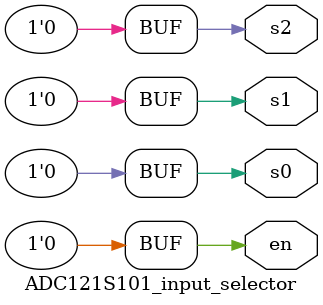
<source format=v>
module ADC121S101 (
    input wire clk,                // System clock
    input wire reset,              // Reset signal
	 output reg [15:0] adc_data,    // New data input for updating the ADC
    output reg SCLK,               // Serial Clock for ADC
    input wire SDATA,              // Serial Data Output from ADC
    output reg CS                  // Chip Select for ADC
);

reg [15:0] data_in = 0;  // 
reg [4:0] bit_index = 0; // ADC121S101 is 12-bit + 3 leading bits

// State machine for SPI
reg [1:0] state = 0;
parameter IDLE = 0, LOAD = 1, READ_BIT = 2, WAIT = 3;

always @(posedge clk) begin
    if (reset) begin
        // Reset logic
        SCLK <= 0;
        CS <= 1;
        state <= IDLE;
        bit_index <= 0;
    end else begin
        case (state)
            IDLE: begin
				  CS <= 0; // Activate ADC
				  state <= READ_BIT;

            end
            READ_BIT: begin
				  SCLK <= ~SCLK;
				  if (SCLK == 1) begin
						data_in[15 - bit_index] <= SDATA;
						bit_index <= bit_index + 1;
						if (bit_index == 14) begin
							 state <= WAIT;
							 CS <= 1; // Deactivate ADC
							 adc_data <= data_in; // Load new data
						end
					end
            end
            WAIT: begin
                // Wait state or additional logic
                state <= IDLE; // Return to IDLE to accept new data
                bit_index <= 0;
            end
        endcase
    end
end

endmodule

/*
 * U13 74HC405 ADC121S101 input selector driver
 *
 */

module ADC121S101_input_selector(output en, 
										output s0,
										output s1,
										output s2);
										
	assign en = 0;
	assign s0 = 0;
	assign s1 = 0;
	assign s2 = 0;
										
endmodule
</source>
